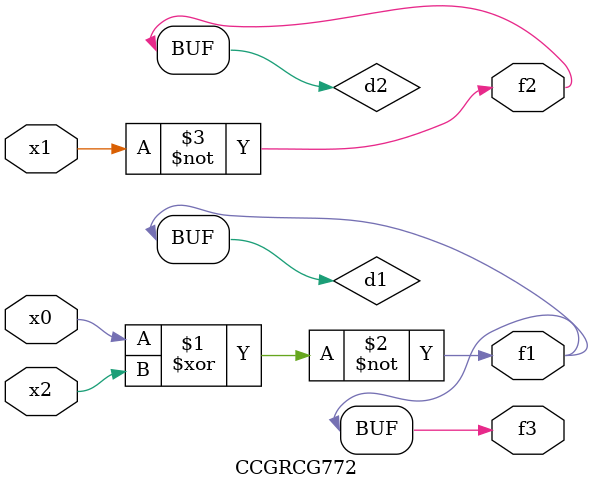
<source format=v>
module CCGRCG772(
	input x0, x1, x2,
	output f1, f2, f3
);

	wire d1, d2, d3;

	xnor (d1, x0, x2);
	nand (d2, x1);
	nor (d3, x1, x2);
	assign f1 = d1;
	assign f2 = d2;
	assign f3 = d1;
endmodule

</source>
